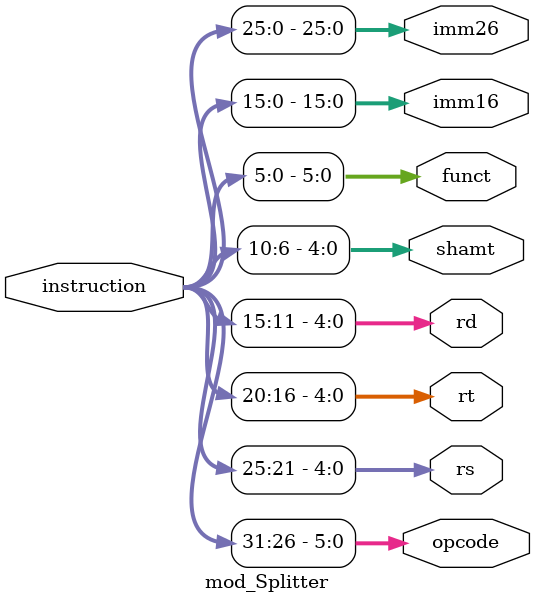
<source format=v>

module mod_Splitter(
    input  [31:0] instruction,
    output  [5:0] opcode,
    output  [4:0] rs,
    output  [4:0] rt,
    output  [4:0] rd,
    output  [4:0] shamt,
    output  [5:0] funct,
    output [15:0] imm16,
    output [25:0] imm26
);
    assign { opcode, rs, rt, rd, shamt, funct } = instruction;
    assign imm16 = instruction[15:0];
    assign imm26 = instruction[25:0];
endmodule

</source>
